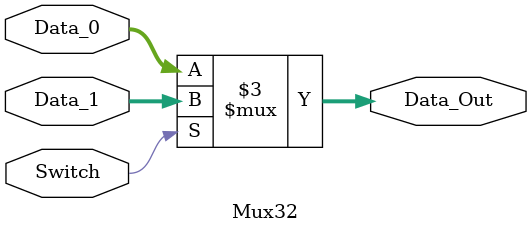
<source format=v>
module Mux32
#(parameter BITS = 32)
(
	input Switch,
	input [BITS-1:0] Data_0,
	input [BITS-1:0] Data_1,
	output reg [BITS-1:0] Data_Out
);

always @ (Switch or Data_0 or Data_1)
begin
	if (Switch)
		Data_Out <= Data_1;
	else
		Data_Out <= Data_0;
end

endmodule
</source>
